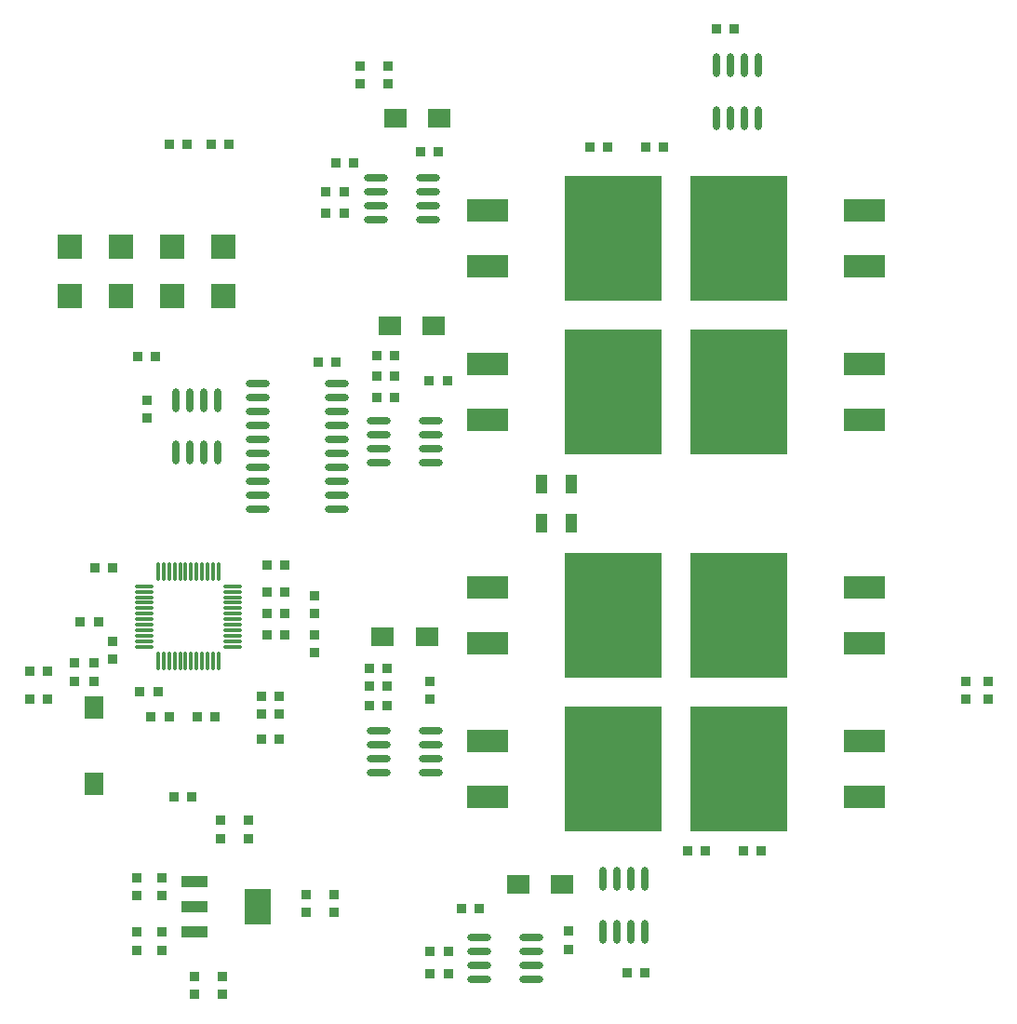
<source format=gtp>
G04*
G04 #@! TF.GenerationSoftware,Altium Limited,Altium Designer,18.1.9 (240)*
G04*
G04 Layer_Color=8421504*
%FSLAX25Y25*%
%MOIN*%
G70*
G01*
G75*
%ADD19R,0.03200X0.03700*%
%ADD20R,0.03700X0.03200*%
%ADD21R,0.07874X0.07087*%
%ADD22O,0.08661X0.02362*%
%ADD23O,0.02362X0.08661*%
%ADD24R,0.15000X0.08200*%
%ADD25R,0.35000X0.45000*%
%ADD26R,0.07087X0.07874*%
%ADD27R,0.09449X0.12992*%
%ADD28R,0.09449X0.03937*%
%ADD29R,0.04331X0.06693*%
%ADD30R,0.09055X0.09055*%
%ADD31O,0.08653X0.02362*%
%ADD32O,0.07087X0.01181*%
%ADD33O,0.01181X0.07087*%
D19*
X131000Y43000D02*
D03*
Y49400D02*
D03*
X160500Y346000D02*
D03*
Y339600D02*
D03*
X150500Y346000D02*
D03*
Y339600D02*
D03*
X375500Y119300D02*
D03*
Y125700D02*
D03*
X367500Y119300D02*
D03*
Y125700D02*
D03*
X225000Y36200D02*
D03*
Y29800D02*
D03*
X70500Y29494D02*
D03*
Y35894D02*
D03*
X79500Y29494D02*
D03*
Y35894D02*
D03*
X61836Y140087D02*
D03*
Y133687D02*
D03*
X55000Y132187D02*
D03*
Y125787D02*
D03*
X48000Y132187D02*
D03*
Y125787D02*
D03*
X121400Y120400D02*
D03*
Y114000D02*
D03*
X115000Y120400D02*
D03*
Y114000D02*
D03*
X110392Y75900D02*
D03*
Y69500D02*
D03*
X100392Y75900D02*
D03*
Y69500D02*
D03*
X91000Y13600D02*
D03*
Y20000D02*
D03*
X101000Y13600D02*
D03*
Y20000D02*
D03*
X175500Y125700D02*
D03*
Y119300D02*
D03*
X134000Y142429D02*
D03*
Y136029D02*
D03*
Y149929D02*
D03*
Y156329D02*
D03*
X74000Y226449D02*
D03*
Y220049D02*
D03*
X79500Y49000D02*
D03*
Y55400D02*
D03*
X70500Y49000D02*
D03*
Y55400D02*
D03*
X141000Y49400D02*
D03*
Y43000D02*
D03*
D20*
X71600Y122000D02*
D03*
X78000D02*
D03*
X97000Y318000D02*
D03*
X103400D02*
D03*
X117000Y149929D02*
D03*
X123400D02*
D03*
X117000Y157803D02*
D03*
X123400D02*
D03*
X135500Y240000D02*
D03*
X141900D02*
D03*
X156351Y235000D02*
D03*
X162751D02*
D03*
X156351Y227500D02*
D03*
X162751D02*
D03*
X156351Y242500D02*
D03*
X162751D02*
D03*
X175249Y233500D02*
D03*
X181649D02*
D03*
X141800Y311500D02*
D03*
X148200D02*
D03*
X138300Y301000D02*
D03*
X144700D02*
D03*
X138300Y293500D02*
D03*
X144700D02*
D03*
X172049Y315500D02*
D03*
X178449D02*
D03*
X287800Y65000D02*
D03*
X294200D02*
D03*
X274200D02*
D03*
X267800D02*
D03*
X246100Y21500D02*
D03*
X252500D02*
D03*
X175600Y21000D02*
D03*
X182000D02*
D03*
X55436Y166500D02*
D03*
X61836D02*
D03*
X38400Y129500D02*
D03*
X32000D02*
D03*
X38400Y119500D02*
D03*
X32000D02*
D03*
X115000Y105000D02*
D03*
X121400D02*
D03*
X92000Y113000D02*
D03*
X98400D02*
D03*
X82000D02*
D03*
X75600D02*
D03*
X90200Y84500D02*
D03*
X83800D02*
D03*
X153851Y117000D02*
D03*
X160251D02*
D03*
X153851Y124000D02*
D03*
X160251D02*
D03*
X153851Y130500D02*
D03*
X160251D02*
D03*
X117000Y142429D02*
D03*
X123400D02*
D03*
X259200Y317000D02*
D03*
X252800D02*
D03*
X193051Y44500D02*
D03*
X186651D02*
D03*
X182000Y29000D02*
D03*
X175600D02*
D03*
X82000Y318000D02*
D03*
X88400D02*
D03*
X70800Y242000D02*
D03*
X77200D02*
D03*
X232800Y317000D02*
D03*
X239200D02*
D03*
X56700Y147000D02*
D03*
X50300D02*
D03*
X278000Y359500D02*
D03*
X284400D02*
D03*
X117000Y167500D02*
D03*
X123400D02*
D03*
D21*
X161126Y253000D02*
D03*
X176874D02*
D03*
X163126Y327500D02*
D03*
X178874D02*
D03*
X222748Y53000D02*
D03*
X207000D02*
D03*
X174374Y141555D02*
D03*
X158626D02*
D03*
D22*
X174949Y291000D02*
D03*
Y296000D02*
D03*
Y301000D02*
D03*
Y306000D02*
D03*
X156051Y291000D02*
D03*
Y296000D02*
D03*
Y301000D02*
D03*
Y306000D02*
D03*
X211949Y19000D02*
D03*
Y24000D02*
D03*
Y29000D02*
D03*
Y34000D02*
D03*
X193051Y19000D02*
D03*
Y24000D02*
D03*
Y29000D02*
D03*
Y34000D02*
D03*
X175949Y93000D02*
D03*
Y98000D02*
D03*
Y103000D02*
D03*
Y108000D02*
D03*
X157051Y93000D02*
D03*
Y98000D02*
D03*
Y103000D02*
D03*
Y108000D02*
D03*
X175949Y204000D02*
D03*
Y209000D02*
D03*
Y214000D02*
D03*
Y219000D02*
D03*
X157051Y204000D02*
D03*
Y209000D02*
D03*
Y214000D02*
D03*
Y219000D02*
D03*
D23*
X293000Y346398D02*
D03*
X288000D02*
D03*
X283000D02*
D03*
X278000D02*
D03*
X293000Y327500D02*
D03*
X288000D02*
D03*
X283000D02*
D03*
X278000D02*
D03*
X99405Y226449D02*
D03*
X94406D02*
D03*
X89406D02*
D03*
X84405D02*
D03*
X99405Y207551D02*
D03*
X94406D02*
D03*
X89406D02*
D03*
X84405D02*
D03*
X237500Y36102D02*
D03*
X242500D02*
D03*
X247500D02*
D03*
X252500D02*
D03*
X237500Y55000D02*
D03*
X242500D02*
D03*
X247500D02*
D03*
X252500D02*
D03*
D24*
X196000Y274500D02*
D03*
Y294500D02*
D03*
X331000D02*
D03*
Y274500D02*
D03*
X196000Y219500D02*
D03*
Y239500D02*
D03*
X331000D02*
D03*
Y219500D02*
D03*
X196000Y84500D02*
D03*
Y104500D02*
D03*
X331000D02*
D03*
Y84500D02*
D03*
X196000Y139500D02*
D03*
Y159500D02*
D03*
X331000Y139500D02*
D03*
Y159500D02*
D03*
D25*
X241000Y284500D02*
D03*
X286000D02*
D03*
X241000Y229500D02*
D03*
X286000D02*
D03*
X241000Y94500D02*
D03*
X286000D02*
D03*
X241000Y149500D02*
D03*
X286000D02*
D03*
D26*
X55000Y116500D02*
D03*
Y88941D02*
D03*
D27*
X113917Y44949D02*
D03*
D28*
X91083Y35894D02*
D03*
Y44949D02*
D03*
Y54004D02*
D03*
D29*
X215370Y182500D02*
D03*
X226000D02*
D03*
X215370Y196500D02*
D03*
X226000D02*
D03*
D30*
X46500Y263592D02*
D03*
Y281309D02*
D03*
X101500Y263592D02*
D03*
Y281309D02*
D03*
X64833Y263592D02*
D03*
Y281309D02*
D03*
X83167Y263592D02*
D03*
Y281309D02*
D03*
D31*
X142173Y232500D02*
D03*
Y227500D02*
D03*
Y222500D02*
D03*
Y217500D02*
D03*
Y212500D02*
D03*
Y207500D02*
D03*
Y202500D02*
D03*
Y197500D02*
D03*
X113827D02*
D03*
Y202500D02*
D03*
Y207500D02*
D03*
Y212500D02*
D03*
Y217500D02*
D03*
Y222500D02*
D03*
Y227500D02*
D03*
Y232500D02*
D03*
Y192500D02*
D03*
Y187500D02*
D03*
X142173D02*
D03*
Y192500D02*
D03*
D32*
X73008Y138118D02*
D03*
Y140087D02*
D03*
Y142055D02*
D03*
Y144024D02*
D03*
Y145992D02*
D03*
Y147961D02*
D03*
Y149929D02*
D03*
Y151898D02*
D03*
Y153866D02*
D03*
Y155835D02*
D03*
Y157803D02*
D03*
Y159772D02*
D03*
X104898D02*
D03*
Y157803D02*
D03*
Y155835D02*
D03*
Y153866D02*
D03*
Y151898D02*
D03*
Y149929D02*
D03*
Y147961D02*
D03*
Y145992D02*
D03*
Y144024D02*
D03*
Y142055D02*
D03*
Y140087D02*
D03*
Y138118D02*
D03*
D33*
X78126Y164890D02*
D03*
X80094D02*
D03*
X82063D02*
D03*
X84031D02*
D03*
X86000D02*
D03*
X87968D02*
D03*
X89937D02*
D03*
X91905D02*
D03*
X93874D02*
D03*
X95842D02*
D03*
X97811D02*
D03*
X99779D02*
D03*
Y133000D02*
D03*
X97811D02*
D03*
X95842D02*
D03*
X93874D02*
D03*
X91905D02*
D03*
X89937D02*
D03*
X87968D02*
D03*
X86000D02*
D03*
X84031D02*
D03*
X82063D02*
D03*
X80094D02*
D03*
X78126D02*
D03*
M02*

</source>
